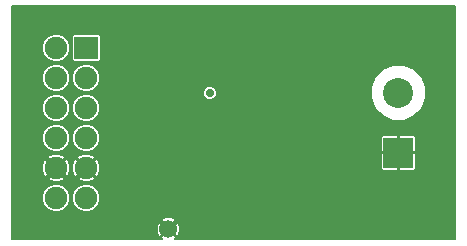
<source format=gbr>
G04 #@! TF.GenerationSoftware,KiCad,Pcbnew,5.0.2*
G04 #@! TF.CreationDate,2020-09-10T14:17:03+02:00*
G04 #@! TF.ProjectId,pmod-ct,706d6f64-2d63-4742-9e6b-696361645f70,1*
G04 #@! TF.SameCoordinates,Original*
G04 #@! TF.FileFunction,Copper,L2,Bot*
G04 #@! TF.FilePolarity,Positive*
%FSLAX46Y46*%
G04 Gerber Fmt 4.6, Leading zero omitted, Abs format (unit mm)*
G04 Created by KiCad (PCBNEW 5.0.2) date jeu. 10 sept. 2020 14:17:03 CEST*
%MOMM*%
%LPD*%
G01*
G04 APERTURE LIST*
G04 #@! TA.AperFunction,ComponentPad*
%ADD10R,2.000000X1.900000*%
G04 #@! TD*
G04 #@! TA.AperFunction,ComponentPad*
%ADD11C,1.900000*%
G04 #@! TD*
G04 #@! TA.AperFunction,ComponentPad*
%ADD12R,2.540000X2.540000*%
G04 #@! TD*
G04 #@! TA.AperFunction,ComponentPad*
%ADD13C,2.540000*%
G04 #@! TD*
G04 #@! TA.AperFunction,ComponentPad*
%ADD14C,1.524000*%
G04 #@! TD*
G04 #@! TA.AperFunction,ViaPad*
%ADD15C,0.711200*%
G04 #@! TD*
G04 #@! TA.AperFunction,Conductor*
%ADD16C,0.406400*%
G04 #@! TD*
G04 #@! TA.AperFunction,Conductor*
%ADD17C,0.152400*%
G04 #@! TD*
G04 APERTURE END LIST*
D10*
G04 #@! TO.P,P1,1*
G04 #@! TO.N,PMOD_CS*
X136040000Y-98650000D03*
D11*
G04 #@! TO.P,P1,2*
G04 #@! TO.N,Net-(P1-Pad2)*
X136040000Y-101190000D03*
G04 #@! TO.P,P1,3*
G04 #@! TO.N,PMOD_MISO*
X136040000Y-103730000D03*
G04 #@! TO.P,P1,4*
G04 #@! TO.N,PMOD_SCK*
X136040000Y-106270000D03*
G04 #@! TO.P,P1,5*
G04 #@! TO.N,GND*
X136040000Y-108810000D03*
G04 #@! TO.P,P1,6*
G04 #@! TO.N,+VPMOD*
X136040000Y-111350000D03*
G04 #@! TO.P,P1,7*
G04 #@! TO.N,Net-(P1-Pad7)*
X133500000Y-98650000D03*
G04 #@! TO.P,P1,8*
G04 #@! TO.N,Net-(P1-Pad8)*
X133500000Y-101190000D03*
G04 #@! TO.P,P1,9*
G04 #@! TO.N,Net-(P1-Pad9)*
X133500000Y-103730000D03*
G04 #@! TO.P,P1,10*
G04 #@! TO.N,Net-(P1-Pad10)*
X133500000Y-106270000D03*
G04 #@! TO.P,P1,11*
G04 #@! TO.N,GND*
X133500000Y-108810000D03*
G04 #@! TO.P,P1,12*
G04 #@! TO.N,+VPMOD*
X133500000Y-111350000D03*
G04 #@! TD*
D12*
G04 #@! TO.P,P2,1*
G04 #@! TO.N,GND*
X162460000Y-107540000D03*
D13*
G04 #@! TO.P,P2,2*
G04 #@! TO.N,Net-(P2-Pad2)*
X162460000Y-102460000D03*
G04 #@! TD*
D14*
G04 #@! TO.P,TP1,1*
G04 #@! TO.N,GND*
X143000000Y-114000000D03*
G04 #@! TD*
D15*
G04 #@! TO.N,GND*
X155000000Y-109500000D03*
X153000000Y-109500000D03*
X154000000Y-109500000D03*
X151250000Y-100000000D03*
X150000000Y-96250000D03*
X152000000Y-95850000D03*
X130500000Y-114000000D03*
X138500000Y-114500000D03*
X140250000Y-114500000D03*
X151250000Y-102000000D03*
X156750000Y-96000000D03*
X144450000Y-103500000D03*
X143750000Y-107500000D03*
X145750000Y-104500000D03*
X146750000Y-108250000D03*
X151250000Y-104000000D03*
X151250000Y-106000000D03*
X151250000Y-108000000D03*
X151250000Y-110000000D03*
X166750000Y-111000000D03*
X166750000Y-95500000D03*
X142000000Y-105000000D03*
X134500000Y-96250000D03*
G04 #@! TO.N,Net-(R4-Pad2)*
X146500000Y-102500000D03*
G04 #@! TD*
D16*
G04 #@! TO.N,GND*
X153000000Y-109500000D02*
X154000000Y-109500000D01*
X154000000Y-109500000D02*
X155000000Y-109500000D01*
X152000000Y-95850000D02*
X152000000Y-99250000D01*
X152000000Y-99250000D02*
X151250000Y-100000000D01*
X150000000Y-96250000D02*
X150000000Y-98750000D01*
X150000000Y-98750000D02*
X151250000Y-100000000D01*
X130500000Y-114000000D02*
X130500000Y-111810000D01*
X130500000Y-111810000D02*
X133500000Y-108810000D01*
X130500000Y-114000000D02*
X135820000Y-114000000D01*
X135820000Y-114000000D02*
X136320000Y-114500000D01*
X136320000Y-114500000D02*
X138500000Y-114500000D01*
X138500000Y-114500000D02*
X140250000Y-114500000D01*
X156750000Y-96000000D02*
X153020000Y-96000000D01*
X153020000Y-96000000D02*
X152870000Y-95850000D01*
X152870000Y-95850000D02*
X152000000Y-95850000D01*
X143750000Y-104200000D02*
X144450000Y-103500000D01*
X145750000Y-104500000D02*
X145750000Y-105500000D01*
X145750000Y-105500000D02*
X143750000Y-107500000D01*
X140250000Y-111000000D02*
X143750000Y-107500000D01*
X136040000Y-108810000D02*
X134770000Y-110080000D01*
X133500000Y-108810000D02*
X134770000Y-110080000D01*
X146750000Y-108250000D02*
X144500000Y-108250000D01*
X144500000Y-108250000D02*
X143750000Y-107500000D01*
X143000000Y-114000000D02*
X141940000Y-112940000D01*
X141940000Y-112940000D02*
X140760000Y-112940000D01*
X140250000Y-114500000D02*
X140250000Y-113450000D01*
X140250000Y-113450000D02*
X140760000Y-112940000D01*
X140250000Y-111000000D02*
X140250000Y-112430000D01*
X140250000Y-112430000D02*
X140760000Y-112940000D01*
X151250000Y-104000000D02*
X151250000Y-106000000D01*
X151250000Y-106000000D02*
X151250000Y-108000000D01*
X151250000Y-108000000D02*
X151250000Y-110000000D01*
X151250000Y-110000000D02*
X152500000Y-110000000D01*
X152500000Y-110000000D02*
X153000000Y-109500000D01*
X151250000Y-100000000D02*
X151250000Y-102000000D01*
X151250000Y-102000000D02*
X151250000Y-104000000D01*
X151250000Y-110000000D02*
X147000000Y-110000000D01*
X147000000Y-110000000D02*
X143000000Y-114000000D01*
X166750000Y-111000000D02*
X156500000Y-111000000D01*
X156500000Y-111000000D02*
X155000000Y-109500000D01*
X166750000Y-111000000D02*
X166750000Y-95500000D01*
X143750000Y-104200000D02*
X142800000Y-104200000D01*
X142800000Y-104200000D02*
X142000000Y-105000000D01*
X142000000Y-105000000D02*
X142710000Y-105710000D01*
X142710000Y-105710000D02*
X142710000Y-106460000D01*
X142710000Y-106460000D02*
X143750000Y-107500000D01*
X133500000Y-108810000D02*
X133500000Y-108790000D01*
X133500000Y-108790000D02*
X130760000Y-106050000D01*
X130760000Y-106050000D02*
X130760000Y-98300000D01*
X130760000Y-98300000D02*
X132810000Y-96250000D01*
X132810000Y-96250000D02*
X134500000Y-96250000D01*
G04 #@! TD*
D17*
G04 #@! TO.N,GND*
G36*
X167246401Y-114856400D02*
X143526563Y-114856400D01*
X143551818Y-114845939D01*
X143636892Y-114708735D01*
X143000000Y-114071842D01*
X142363108Y-114708735D01*
X142448182Y-114845939D01*
X142474248Y-114856400D01*
X129753600Y-114856400D01*
X129753600Y-113813914D01*
X142007283Y-113813914D01*
X142011637Y-114207975D01*
X142154061Y-114551818D01*
X142291265Y-114636892D01*
X142928158Y-114000000D01*
X143071842Y-114000000D01*
X143708735Y-114636892D01*
X143845939Y-114551818D01*
X143992717Y-114186086D01*
X143988363Y-113792025D01*
X143845939Y-113448182D01*
X143708735Y-113363108D01*
X143071842Y-114000000D01*
X142928158Y-114000000D01*
X142291265Y-113363108D01*
X142154061Y-113448182D01*
X142007283Y-113813914D01*
X129753600Y-113813914D01*
X129753600Y-113291265D01*
X142363108Y-113291265D01*
X143000000Y-113928158D01*
X143636892Y-113291265D01*
X143551818Y-113154061D01*
X143186086Y-113007283D01*
X142792025Y-113011637D01*
X142448182Y-113154061D01*
X142363108Y-113291265D01*
X129753600Y-113291265D01*
X129753600Y-111115562D01*
X132321400Y-111115562D01*
X132321400Y-111584438D01*
X132500831Y-112017623D01*
X132832377Y-112349169D01*
X133265562Y-112528600D01*
X133734438Y-112528600D01*
X134167623Y-112349169D01*
X134499169Y-112017623D01*
X134678600Y-111584438D01*
X134678600Y-111115562D01*
X134861400Y-111115562D01*
X134861400Y-111584438D01*
X135040831Y-112017623D01*
X135372377Y-112349169D01*
X135805562Y-112528600D01*
X136274438Y-112528600D01*
X136707623Y-112349169D01*
X137039169Y-112017623D01*
X137218600Y-111584438D01*
X137218600Y-111115562D01*
X137039169Y-110682377D01*
X136707623Y-110350831D01*
X136274438Y-110171400D01*
X135805562Y-110171400D01*
X135372377Y-110350831D01*
X135040831Y-110682377D01*
X134861400Y-111115562D01*
X134678600Y-111115562D01*
X134499169Y-110682377D01*
X134167623Y-110350831D01*
X133734438Y-110171400D01*
X133265562Y-110171400D01*
X132832377Y-110350831D01*
X132500831Y-110682377D01*
X132321400Y-111115562D01*
X129753600Y-111115562D01*
X129753600Y-109654435D01*
X132727407Y-109654435D01*
X132835393Y-109811178D01*
X133269118Y-109989302D01*
X133737992Y-109987888D01*
X134164607Y-109811178D01*
X134272593Y-109654435D01*
X135267407Y-109654435D01*
X135375393Y-109811178D01*
X135809118Y-109989302D01*
X136277992Y-109987888D01*
X136704607Y-109811178D01*
X136812593Y-109654435D01*
X136040000Y-108881842D01*
X135267407Y-109654435D01*
X134272593Y-109654435D01*
X133500000Y-108881842D01*
X132727407Y-109654435D01*
X129753600Y-109654435D01*
X129753600Y-108579118D01*
X132320698Y-108579118D01*
X132322112Y-109047992D01*
X132498822Y-109474607D01*
X132655565Y-109582593D01*
X133428158Y-108810000D01*
X133571842Y-108810000D01*
X134344435Y-109582593D01*
X134501178Y-109474607D01*
X134679302Y-109040882D01*
X134677910Y-108579118D01*
X134860698Y-108579118D01*
X134862112Y-109047992D01*
X135038822Y-109474607D01*
X135195565Y-109582593D01*
X135968158Y-108810000D01*
X136111842Y-108810000D01*
X136884435Y-109582593D01*
X137041178Y-109474607D01*
X137219302Y-109040882D01*
X137217888Y-108572008D01*
X137041178Y-108145393D01*
X136884435Y-108037407D01*
X136111842Y-108810000D01*
X135968158Y-108810000D01*
X135195565Y-108037407D01*
X135038822Y-108145393D01*
X134860698Y-108579118D01*
X134677910Y-108579118D01*
X134677888Y-108572008D01*
X134501178Y-108145393D01*
X134344435Y-108037407D01*
X133571842Y-108810000D01*
X133428158Y-108810000D01*
X132655565Y-108037407D01*
X132498822Y-108145393D01*
X132320698Y-108579118D01*
X129753600Y-108579118D01*
X129753600Y-107965565D01*
X132727407Y-107965565D01*
X133500000Y-108738158D01*
X134272593Y-107965565D01*
X135267407Y-107965565D01*
X136040000Y-108738158D01*
X136812593Y-107965565D01*
X136704607Y-107808822D01*
X136312890Y-107647950D01*
X160961400Y-107647950D01*
X160961400Y-108855471D01*
X160996202Y-108939491D01*
X161060508Y-109003797D01*
X161144528Y-109038600D01*
X162352050Y-109038600D01*
X162409200Y-108981450D01*
X162409200Y-107590800D01*
X162510800Y-107590800D01*
X162510800Y-108981450D01*
X162567950Y-109038600D01*
X163775472Y-109038600D01*
X163859492Y-109003797D01*
X163923798Y-108939491D01*
X163958600Y-108855471D01*
X163958600Y-107647950D01*
X163901450Y-107590800D01*
X162510800Y-107590800D01*
X162409200Y-107590800D01*
X161018550Y-107590800D01*
X160961400Y-107647950D01*
X136312890Y-107647950D01*
X136270882Y-107630698D01*
X135802008Y-107632112D01*
X135375393Y-107808822D01*
X135267407Y-107965565D01*
X134272593Y-107965565D01*
X134164607Y-107808822D01*
X133730882Y-107630698D01*
X133262008Y-107632112D01*
X132835393Y-107808822D01*
X132727407Y-107965565D01*
X129753600Y-107965565D01*
X129753600Y-106035562D01*
X132321400Y-106035562D01*
X132321400Y-106504438D01*
X132500831Y-106937623D01*
X132832377Y-107269169D01*
X133265562Y-107448600D01*
X133734438Y-107448600D01*
X134167623Y-107269169D01*
X134499169Y-106937623D01*
X134678600Y-106504438D01*
X134678600Y-106035562D01*
X134861400Y-106035562D01*
X134861400Y-106504438D01*
X135040831Y-106937623D01*
X135372377Y-107269169D01*
X135805562Y-107448600D01*
X136274438Y-107448600D01*
X136707623Y-107269169D01*
X137039169Y-106937623D01*
X137218600Y-106504438D01*
X137218600Y-106224529D01*
X160961400Y-106224529D01*
X160961400Y-107432050D01*
X161018550Y-107489200D01*
X162409200Y-107489200D01*
X162409200Y-106098550D01*
X162510800Y-106098550D01*
X162510800Y-107489200D01*
X163901450Y-107489200D01*
X163958600Y-107432050D01*
X163958600Y-106224529D01*
X163923798Y-106140509D01*
X163859492Y-106076203D01*
X163775472Y-106041400D01*
X162567950Y-106041400D01*
X162510800Y-106098550D01*
X162409200Y-106098550D01*
X162352050Y-106041400D01*
X161144528Y-106041400D01*
X161060508Y-106076203D01*
X160996202Y-106140509D01*
X160961400Y-106224529D01*
X137218600Y-106224529D01*
X137218600Y-106035562D01*
X137039169Y-105602377D01*
X136707623Y-105270831D01*
X136274438Y-105091400D01*
X135805562Y-105091400D01*
X135372377Y-105270831D01*
X135040831Y-105602377D01*
X134861400Y-106035562D01*
X134678600Y-106035562D01*
X134499169Y-105602377D01*
X134167623Y-105270831D01*
X133734438Y-105091400D01*
X133265562Y-105091400D01*
X132832377Y-105270831D01*
X132500831Y-105602377D01*
X132321400Y-106035562D01*
X129753600Y-106035562D01*
X129753600Y-103495562D01*
X132321400Y-103495562D01*
X132321400Y-103964438D01*
X132500831Y-104397623D01*
X132832377Y-104729169D01*
X133265562Y-104908600D01*
X133734438Y-104908600D01*
X134167623Y-104729169D01*
X134499169Y-104397623D01*
X134678600Y-103964438D01*
X134678600Y-103495562D01*
X134861400Y-103495562D01*
X134861400Y-103964438D01*
X135040831Y-104397623D01*
X135372377Y-104729169D01*
X135805562Y-104908600D01*
X136274438Y-104908600D01*
X136707623Y-104729169D01*
X137039169Y-104397623D01*
X137218600Y-103964438D01*
X137218600Y-103495562D01*
X137039169Y-103062377D01*
X136707623Y-102730831D01*
X136274438Y-102551400D01*
X135805562Y-102551400D01*
X135372377Y-102730831D01*
X135040831Y-103062377D01*
X134861400Y-103495562D01*
X134678600Y-103495562D01*
X134499169Y-103062377D01*
X134167623Y-102730831D01*
X133734438Y-102551400D01*
X133265562Y-102551400D01*
X132832377Y-102730831D01*
X132500831Y-103062377D01*
X132321400Y-103495562D01*
X129753600Y-103495562D01*
X129753600Y-102383795D01*
X145915800Y-102383795D01*
X145915800Y-102616205D01*
X146004739Y-102830923D01*
X146169077Y-102995261D01*
X146383795Y-103084200D01*
X146616205Y-103084200D01*
X146830923Y-102995261D01*
X146995261Y-102830923D01*
X147084200Y-102616205D01*
X147084200Y-102383795D01*
X146995261Y-102169077D01*
X146830923Y-102004739D01*
X146803336Y-101993312D01*
X160113800Y-101993312D01*
X160113800Y-102926688D01*
X160470987Y-103789016D01*
X161130984Y-104449013D01*
X161993312Y-104806200D01*
X162926688Y-104806200D01*
X163789016Y-104449013D01*
X164449013Y-103789016D01*
X164806200Y-102926688D01*
X164806200Y-101993312D01*
X164449013Y-101130984D01*
X163789016Y-100470987D01*
X162926688Y-100113800D01*
X161993312Y-100113800D01*
X161130984Y-100470987D01*
X160470987Y-101130984D01*
X160113800Y-101993312D01*
X146803336Y-101993312D01*
X146616205Y-101915800D01*
X146383795Y-101915800D01*
X146169077Y-102004739D01*
X146004739Y-102169077D01*
X145915800Y-102383795D01*
X129753600Y-102383795D01*
X129753600Y-100955562D01*
X132321400Y-100955562D01*
X132321400Y-101424438D01*
X132500831Y-101857623D01*
X132832377Y-102189169D01*
X133265562Y-102368600D01*
X133734438Y-102368600D01*
X134167623Y-102189169D01*
X134499169Y-101857623D01*
X134678600Y-101424438D01*
X134678600Y-100955562D01*
X134861400Y-100955562D01*
X134861400Y-101424438D01*
X135040831Y-101857623D01*
X135372377Y-102189169D01*
X135805562Y-102368600D01*
X136274438Y-102368600D01*
X136707623Y-102189169D01*
X137039169Y-101857623D01*
X137218600Y-101424438D01*
X137218600Y-100955562D01*
X137039169Y-100522377D01*
X136707623Y-100190831D01*
X136274438Y-100011400D01*
X135805562Y-100011400D01*
X135372377Y-100190831D01*
X135040831Y-100522377D01*
X134861400Y-100955562D01*
X134678600Y-100955562D01*
X134499169Y-100522377D01*
X134167623Y-100190831D01*
X133734438Y-100011400D01*
X133265562Y-100011400D01*
X132832377Y-100190831D01*
X132500831Y-100522377D01*
X132321400Y-100955562D01*
X129753600Y-100955562D01*
X129753600Y-98415562D01*
X132321400Y-98415562D01*
X132321400Y-98884438D01*
X132500831Y-99317623D01*
X132832377Y-99649169D01*
X133265562Y-99828600D01*
X133734438Y-99828600D01*
X134167623Y-99649169D01*
X134499169Y-99317623D01*
X134678600Y-98884438D01*
X134678600Y-98415562D01*
X134499169Y-97982377D01*
X134216792Y-97700000D01*
X134806922Y-97700000D01*
X134806922Y-99600000D01*
X134824664Y-99689195D01*
X134875189Y-99764811D01*
X134950805Y-99815336D01*
X135040000Y-99833078D01*
X137040000Y-99833078D01*
X137129195Y-99815336D01*
X137204811Y-99764811D01*
X137255336Y-99689195D01*
X137273078Y-99600000D01*
X137273078Y-97700000D01*
X137255336Y-97610805D01*
X137204811Y-97535189D01*
X137129195Y-97484664D01*
X137040000Y-97466922D01*
X135040000Y-97466922D01*
X134950805Y-97484664D01*
X134875189Y-97535189D01*
X134824664Y-97610805D01*
X134806922Y-97700000D01*
X134216792Y-97700000D01*
X134167623Y-97650831D01*
X133734438Y-97471400D01*
X133265562Y-97471400D01*
X132832377Y-97650831D01*
X132500831Y-97982377D01*
X132321400Y-98415562D01*
X129753600Y-98415562D01*
X129753600Y-95143600D01*
X167246400Y-95143600D01*
X167246401Y-114856400D01*
X167246401Y-114856400D01*
G37*
X167246401Y-114856400D02*
X143526563Y-114856400D01*
X143551818Y-114845939D01*
X143636892Y-114708735D01*
X143000000Y-114071842D01*
X142363108Y-114708735D01*
X142448182Y-114845939D01*
X142474248Y-114856400D01*
X129753600Y-114856400D01*
X129753600Y-113813914D01*
X142007283Y-113813914D01*
X142011637Y-114207975D01*
X142154061Y-114551818D01*
X142291265Y-114636892D01*
X142928158Y-114000000D01*
X143071842Y-114000000D01*
X143708735Y-114636892D01*
X143845939Y-114551818D01*
X143992717Y-114186086D01*
X143988363Y-113792025D01*
X143845939Y-113448182D01*
X143708735Y-113363108D01*
X143071842Y-114000000D01*
X142928158Y-114000000D01*
X142291265Y-113363108D01*
X142154061Y-113448182D01*
X142007283Y-113813914D01*
X129753600Y-113813914D01*
X129753600Y-113291265D01*
X142363108Y-113291265D01*
X143000000Y-113928158D01*
X143636892Y-113291265D01*
X143551818Y-113154061D01*
X143186086Y-113007283D01*
X142792025Y-113011637D01*
X142448182Y-113154061D01*
X142363108Y-113291265D01*
X129753600Y-113291265D01*
X129753600Y-111115562D01*
X132321400Y-111115562D01*
X132321400Y-111584438D01*
X132500831Y-112017623D01*
X132832377Y-112349169D01*
X133265562Y-112528600D01*
X133734438Y-112528600D01*
X134167623Y-112349169D01*
X134499169Y-112017623D01*
X134678600Y-111584438D01*
X134678600Y-111115562D01*
X134861400Y-111115562D01*
X134861400Y-111584438D01*
X135040831Y-112017623D01*
X135372377Y-112349169D01*
X135805562Y-112528600D01*
X136274438Y-112528600D01*
X136707623Y-112349169D01*
X137039169Y-112017623D01*
X137218600Y-111584438D01*
X137218600Y-111115562D01*
X137039169Y-110682377D01*
X136707623Y-110350831D01*
X136274438Y-110171400D01*
X135805562Y-110171400D01*
X135372377Y-110350831D01*
X135040831Y-110682377D01*
X134861400Y-111115562D01*
X134678600Y-111115562D01*
X134499169Y-110682377D01*
X134167623Y-110350831D01*
X133734438Y-110171400D01*
X133265562Y-110171400D01*
X132832377Y-110350831D01*
X132500831Y-110682377D01*
X132321400Y-111115562D01*
X129753600Y-111115562D01*
X129753600Y-109654435D01*
X132727407Y-109654435D01*
X132835393Y-109811178D01*
X133269118Y-109989302D01*
X133737992Y-109987888D01*
X134164607Y-109811178D01*
X134272593Y-109654435D01*
X135267407Y-109654435D01*
X135375393Y-109811178D01*
X135809118Y-109989302D01*
X136277992Y-109987888D01*
X136704607Y-109811178D01*
X136812593Y-109654435D01*
X136040000Y-108881842D01*
X135267407Y-109654435D01*
X134272593Y-109654435D01*
X133500000Y-108881842D01*
X132727407Y-109654435D01*
X129753600Y-109654435D01*
X129753600Y-108579118D01*
X132320698Y-108579118D01*
X132322112Y-109047992D01*
X132498822Y-109474607D01*
X132655565Y-109582593D01*
X133428158Y-108810000D01*
X133571842Y-108810000D01*
X134344435Y-109582593D01*
X134501178Y-109474607D01*
X134679302Y-109040882D01*
X134677910Y-108579118D01*
X134860698Y-108579118D01*
X134862112Y-109047992D01*
X135038822Y-109474607D01*
X135195565Y-109582593D01*
X135968158Y-108810000D01*
X136111842Y-108810000D01*
X136884435Y-109582593D01*
X137041178Y-109474607D01*
X137219302Y-109040882D01*
X137217888Y-108572008D01*
X137041178Y-108145393D01*
X136884435Y-108037407D01*
X136111842Y-108810000D01*
X135968158Y-108810000D01*
X135195565Y-108037407D01*
X135038822Y-108145393D01*
X134860698Y-108579118D01*
X134677910Y-108579118D01*
X134677888Y-108572008D01*
X134501178Y-108145393D01*
X134344435Y-108037407D01*
X133571842Y-108810000D01*
X133428158Y-108810000D01*
X132655565Y-108037407D01*
X132498822Y-108145393D01*
X132320698Y-108579118D01*
X129753600Y-108579118D01*
X129753600Y-107965565D01*
X132727407Y-107965565D01*
X133500000Y-108738158D01*
X134272593Y-107965565D01*
X135267407Y-107965565D01*
X136040000Y-108738158D01*
X136812593Y-107965565D01*
X136704607Y-107808822D01*
X136312890Y-107647950D01*
X160961400Y-107647950D01*
X160961400Y-108855471D01*
X160996202Y-108939491D01*
X161060508Y-109003797D01*
X161144528Y-109038600D01*
X162352050Y-109038600D01*
X162409200Y-108981450D01*
X162409200Y-107590800D01*
X162510800Y-107590800D01*
X162510800Y-108981450D01*
X162567950Y-109038600D01*
X163775472Y-109038600D01*
X163859492Y-109003797D01*
X163923798Y-108939491D01*
X163958600Y-108855471D01*
X163958600Y-107647950D01*
X163901450Y-107590800D01*
X162510800Y-107590800D01*
X162409200Y-107590800D01*
X161018550Y-107590800D01*
X160961400Y-107647950D01*
X136312890Y-107647950D01*
X136270882Y-107630698D01*
X135802008Y-107632112D01*
X135375393Y-107808822D01*
X135267407Y-107965565D01*
X134272593Y-107965565D01*
X134164607Y-107808822D01*
X133730882Y-107630698D01*
X133262008Y-107632112D01*
X132835393Y-107808822D01*
X132727407Y-107965565D01*
X129753600Y-107965565D01*
X129753600Y-106035562D01*
X132321400Y-106035562D01*
X132321400Y-106504438D01*
X132500831Y-106937623D01*
X132832377Y-107269169D01*
X133265562Y-107448600D01*
X133734438Y-107448600D01*
X134167623Y-107269169D01*
X134499169Y-106937623D01*
X134678600Y-106504438D01*
X134678600Y-106035562D01*
X134861400Y-106035562D01*
X134861400Y-106504438D01*
X135040831Y-106937623D01*
X135372377Y-107269169D01*
X135805562Y-107448600D01*
X136274438Y-107448600D01*
X136707623Y-107269169D01*
X137039169Y-106937623D01*
X137218600Y-106504438D01*
X137218600Y-106224529D01*
X160961400Y-106224529D01*
X160961400Y-107432050D01*
X161018550Y-107489200D01*
X162409200Y-107489200D01*
X162409200Y-106098550D01*
X162510800Y-106098550D01*
X162510800Y-107489200D01*
X163901450Y-107489200D01*
X163958600Y-107432050D01*
X163958600Y-106224529D01*
X163923798Y-106140509D01*
X163859492Y-106076203D01*
X163775472Y-106041400D01*
X162567950Y-106041400D01*
X162510800Y-106098550D01*
X162409200Y-106098550D01*
X162352050Y-106041400D01*
X161144528Y-106041400D01*
X161060508Y-106076203D01*
X160996202Y-106140509D01*
X160961400Y-106224529D01*
X137218600Y-106224529D01*
X137218600Y-106035562D01*
X137039169Y-105602377D01*
X136707623Y-105270831D01*
X136274438Y-105091400D01*
X135805562Y-105091400D01*
X135372377Y-105270831D01*
X135040831Y-105602377D01*
X134861400Y-106035562D01*
X134678600Y-106035562D01*
X134499169Y-105602377D01*
X134167623Y-105270831D01*
X133734438Y-105091400D01*
X133265562Y-105091400D01*
X132832377Y-105270831D01*
X132500831Y-105602377D01*
X132321400Y-106035562D01*
X129753600Y-106035562D01*
X129753600Y-103495562D01*
X132321400Y-103495562D01*
X132321400Y-103964438D01*
X132500831Y-104397623D01*
X132832377Y-104729169D01*
X133265562Y-104908600D01*
X133734438Y-104908600D01*
X134167623Y-104729169D01*
X134499169Y-104397623D01*
X134678600Y-103964438D01*
X134678600Y-103495562D01*
X134861400Y-103495562D01*
X134861400Y-103964438D01*
X135040831Y-104397623D01*
X135372377Y-104729169D01*
X135805562Y-104908600D01*
X136274438Y-104908600D01*
X136707623Y-104729169D01*
X137039169Y-104397623D01*
X137218600Y-103964438D01*
X137218600Y-103495562D01*
X137039169Y-103062377D01*
X136707623Y-102730831D01*
X136274438Y-102551400D01*
X135805562Y-102551400D01*
X135372377Y-102730831D01*
X135040831Y-103062377D01*
X134861400Y-103495562D01*
X134678600Y-103495562D01*
X134499169Y-103062377D01*
X134167623Y-102730831D01*
X133734438Y-102551400D01*
X133265562Y-102551400D01*
X132832377Y-102730831D01*
X132500831Y-103062377D01*
X132321400Y-103495562D01*
X129753600Y-103495562D01*
X129753600Y-102383795D01*
X145915800Y-102383795D01*
X145915800Y-102616205D01*
X146004739Y-102830923D01*
X146169077Y-102995261D01*
X146383795Y-103084200D01*
X146616205Y-103084200D01*
X146830923Y-102995261D01*
X146995261Y-102830923D01*
X147084200Y-102616205D01*
X147084200Y-102383795D01*
X146995261Y-102169077D01*
X146830923Y-102004739D01*
X146803336Y-101993312D01*
X160113800Y-101993312D01*
X160113800Y-102926688D01*
X160470987Y-103789016D01*
X161130984Y-104449013D01*
X161993312Y-104806200D01*
X162926688Y-104806200D01*
X163789016Y-104449013D01*
X164449013Y-103789016D01*
X164806200Y-102926688D01*
X164806200Y-101993312D01*
X164449013Y-101130984D01*
X163789016Y-100470987D01*
X162926688Y-100113800D01*
X161993312Y-100113800D01*
X161130984Y-100470987D01*
X160470987Y-101130984D01*
X160113800Y-101993312D01*
X146803336Y-101993312D01*
X146616205Y-101915800D01*
X146383795Y-101915800D01*
X146169077Y-102004739D01*
X146004739Y-102169077D01*
X145915800Y-102383795D01*
X129753600Y-102383795D01*
X129753600Y-100955562D01*
X132321400Y-100955562D01*
X132321400Y-101424438D01*
X132500831Y-101857623D01*
X132832377Y-102189169D01*
X133265562Y-102368600D01*
X133734438Y-102368600D01*
X134167623Y-102189169D01*
X134499169Y-101857623D01*
X134678600Y-101424438D01*
X134678600Y-100955562D01*
X134861400Y-100955562D01*
X134861400Y-101424438D01*
X135040831Y-101857623D01*
X135372377Y-102189169D01*
X135805562Y-102368600D01*
X136274438Y-102368600D01*
X136707623Y-102189169D01*
X137039169Y-101857623D01*
X137218600Y-101424438D01*
X137218600Y-100955562D01*
X137039169Y-100522377D01*
X136707623Y-100190831D01*
X136274438Y-100011400D01*
X135805562Y-100011400D01*
X135372377Y-100190831D01*
X135040831Y-100522377D01*
X134861400Y-100955562D01*
X134678600Y-100955562D01*
X134499169Y-100522377D01*
X134167623Y-100190831D01*
X133734438Y-100011400D01*
X133265562Y-100011400D01*
X132832377Y-100190831D01*
X132500831Y-100522377D01*
X132321400Y-100955562D01*
X129753600Y-100955562D01*
X129753600Y-98415562D01*
X132321400Y-98415562D01*
X132321400Y-98884438D01*
X132500831Y-99317623D01*
X132832377Y-99649169D01*
X133265562Y-99828600D01*
X133734438Y-99828600D01*
X134167623Y-99649169D01*
X134499169Y-99317623D01*
X134678600Y-98884438D01*
X134678600Y-98415562D01*
X134499169Y-97982377D01*
X134216792Y-97700000D01*
X134806922Y-97700000D01*
X134806922Y-99600000D01*
X134824664Y-99689195D01*
X134875189Y-99764811D01*
X134950805Y-99815336D01*
X135040000Y-99833078D01*
X137040000Y-99833078D01*
X137129195Y-99815336D01*
X137204811Y-99764811D01*
X137255336Y-99689195D01*
X137273078Y-99600000D01*
X137273078Y-97700000D01*
X137255336Y-97610805D01*
X137204811Y-97535189D01*
X137129195Y-97484664D01*
X137040000Y-97466922D01*
X135040000Y-97466922D01*
X134950805Y-97484664D01*
X134875189Y-97535189D01*
X134824664Y-97610805D01*
X134806922Y-97700000D01*
X134216792Y-97700000D01*
X134167623Y-97650831D01*
X133734438Y-97471400D01*
X133265562Y-97471400D01*
X132832377Y-97650831D01*
X132500831Y-97982377D01*
X132321400Y-98415562D01*
X129753600Y-98415562D01*
X129753600Y-95143600D01*
X167246400Y-95143600D01*
X167246401Y-114856400D01*
G04 #@! TD*
M02*

</source>
